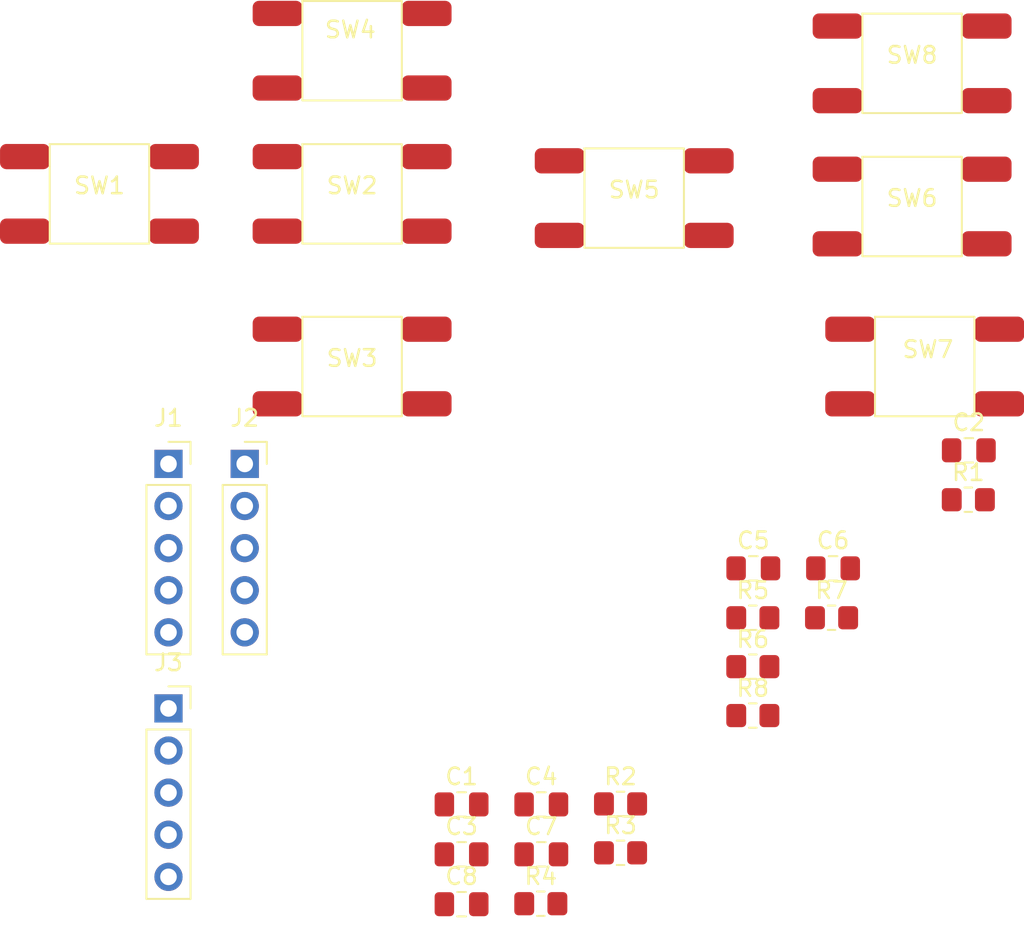
<source format=kicad_pcb>
(kicad_pcb (version 20211014) (generator pcbnew)
  (layers (0 "F.Cu" signal) (31 "B.Cu" signal) (34 "B.Paste" user) (35 "F.Paste" user) (36 "B.SilkS" user "B.Silkscreen") (37 "F.SilkS" user "F.Silkscreen") (38 "B.Mask" user) (39 "F.Mask" user) (44 "Edge.Cuts" user))
  (net 0 "")
  (net 1 "LEFT")
  (net 2 "GND")
  (net 3 "OK")
  (net 4 "DOWN")
  (net 5 "UP")
  (net 6 "RIGHT")
  (net 7 "BTN2")
  (net 8 "BTN3")
  (net 9 "BTN1")
  (net 10 "+3.3V")
  (net 16 "Net-(R1-Pad1)")
  (net 17 "Net-(R2-Pad1)")
  (net 18 "Net-(R3-Pad1)")
  (net 19 "Net-(R4-Pad1)")
  (net 20 "Net-(R5-Pad1)")
  (net 21 "Net-(R6-Pad1)")
  (net 22 "Net-(R7-Pad1)")
  (net 23 "Net-(R8-Pad1)")
  (footprint "Capacitor_SMD:C_0805_2012Metric_Pad1.18x1.45mm_HandSolder" (layer "F.Cu") (at 130.81 98.552)
    (fp_text reference "C1" (at 0 -1.68) (layer "F.SilkS"))
    (fp_text value "100nF")
    (fp_line (start -0.261252 -0.735) (end 0.261252 -0.735) (layer "F.SilkS") (width 0.12))
    (fp_line (start -0.261252 0.735) (end 0.261252 0.735) (layer "F.SilkS") (width 0.12))
    (pad "1" smd roundrect (at -1.0375 0) (size 1.175 1.45) (layers "F.Cu" "F.Paste" "F.Mask") (roundrect_rratio 0.212766) (net 1 "LEFT"))
    (pad "2" smd roundrect (at 1.0375 0) (size 1.175 1.45) (layers "F.Cu" "F.Paste" "F.Mask") (roundrect_rratio 0.212766) (net 2 "GND"))
  )
  (footprint "Capacitor_SMD:C_0805_2012Metric_Pad1.18x1.45mm_HandSolder" (layer "F.Cu") (at 135.62 98.552)
    (fp_text reference "C4" (at 0 -1.68) (layer "F.SilkS"))
    (fp_text value "100nF")
    (fp_line (start -0.261252 -0.735) (end 0.261252 -0.735) (layer "F.SilkS") (width 0.12))
    (fp_line (start -0.261252 0.735) (end 0.261252 0.735) (layer "F.SilkS") (width 0.12))
    (pad "1" smd roundrect (at -1.0375 0) (size 1.175 1.45) (layers "F.Cu" "F.Paste" "F.Mask") (roundrect_rratio 0.212766) (net 5 "UP"))
    (pad "2" smd roundrect (at 1.0375 0) (size 1.175 1.45) (layers "F.Cu" "F.Paste" "F.Mask") (roundrect_rratio 0.212766) (net 2 "GND"))
  )
  (footprint "TL3301SPF160QG:TL3301SPF160QG" (layer "F.Cu") (at 108.966 61.722)
    (fp_text reference "SW1" (at 0 -0.5 unlocked) (layer "F.SilkS"))
    (fp_text value "SW_MEC_5E")
    (fp_rect (start -3 -3) (end 3 3) (layer "F.SilkS") (width 0.12) (fill none))
    (pad "1" smd roundrect (at -4.5 2.25) (size 3 1.524) (layers "F.Cu" "F.Paste" "F.Mask"))
    (pad "2" smd roundrect (at 4.5 2.25) (size 3 1.524) (layers "F.Cu" "F.Paste" "F.Mask") (net 2 "GND"))
    (pad "3" smd roundrect (at -4.498165 -2.25) (size 3 1.524) (layers "F.Cu" "F.Paste" "F.Mask") (net 1 "LEFT"))
    (pad "4" smd roundrect (at 4.5 -2.25) (size 3 1.524) (layers "F.Cu" "F.Paste" "F.Mask") (net 16 "Net-(R1-Pad1)"))
  )
  (footprint "Capacitor_SMD:C_0805_2012Metric_Pad1.18x1.45mm_HandSolder" (layer "F.Cu") (at 130.81 104.572)
    (fp_text reference "C8" (at 0 -1.68) (layer "F.SilkS"))
    (fp_text value "100nF")
    (fp_line (start -0.261252 0.735) (end 0.261252 0.735) (layer "F.SilkS") (width 0.12))
    (fp_line (start -0.261252 -0.735) (end 0.261252 -0.735) (layer "F.SilkS") (width 0.12))
    (pad "1" smd roundrect (at -1.0375 0) (size 1.175 1.45) (layers "F.Cu" "F.Paste" "F.Mask") (roundrect_rratio 0.212766) (net 9 "BTN1"))
    (pad "2" smd roundrect (at 1.0375 0) (size 1.175 1.45) (layers "F.Cu" "F.Paste" "F.Mask") (roundrect_rratio 0.212766) (net 2 "GND"))
  )
  (footprint "Capacitor_SMD:C_0805_2012Metric_Pad1.18x1.45mm_HandSolder" (layer "F.Cu") (at 135.62 101.562)
    (fp_text reference "C7" (at 0 -1.68) (layer "F.SilkS"))
    (fp_text value "100nF")
    (fp_line (start -0.261252 0.735) (end 0.261252 0.735) (layer "F.SilkS") (width 0.12))
    (fp_line (start -0.261252 -0.735) (end 0.261252 -0.735) (layer "F.SilkS") (width 0.12))
    (pad "1" smd roundrect (at -1.0375 0) (size 1.175 1.45) (layers "F.Cu" "F.Paste" "F.Mask") (roundrect_rratio 0.212766) (net 8 "BTN3"))
    (pad "2" smd roundrect (at 1.0375 0) (size 1.175 1.45) (layers "F.Cu" "F.Paste" "F.Mask") (roundrect_rratio 0.212766) (net 2 "GND"))
  )
  (footprint "Resistor_SMD:R_0805_2012Metric_Pad1.20x1.40mm_HandSolder" (layer "F.Cu") (at 135.59 104.542)
    (fp_text reference "R4" (at 0 -1.65) (layer "F.SilkS"))
    (fp_text value "10k")
    (fp_line (start -0.227064 0.735) (end 0.227064 0.735) (layer "F.SilkS") (width 0.12))
    (fp_line (start -0.227064 -0.735) (end 0.227064 -0.735) (layer "F.SilkS") (width 0.12))
    (pad "1" smd roundrect (at -1 0) (size 1.2 1.4) (layers "F.Cu" "F.Paste" "F.Mask") (roundrect_rratio 0.208333) (net 19 "Net-(R4-Pad1)"))
    (pad "2" smd roundrect (at 1 0) (size 1.2 1.4) (layers "F.Cu" "F.Paste" "F.Mask") (roundrect_rratio 0.208333) (net 10 "+3.3V"))
  )
  (footprint "TL3301SPF160QG:TL3301SPF160QG" (layer "F.Cu") (at 124.206 53.086)
    (fp_text reference "SW4" (at -0.105 -1.269 unlocked) (layer "F.SilkS"))
    (fp_text value "SW_MEC_5E")
    (fp_rect (start -3 -3) (end 3 3) (layer "F.SilkS") (width 0.12) (fill none))
    (pad "1" smd roundrect (at -4.5 2.25) (size 3 1.524) (layers "F.Cu" "F.Paste" "F.Mask"))
    (pad "2" smd roundrect (at 4.5 2.25) (size 3 1.524) (layers "F.Cu" "F.Paste" "F.Mask") (net 2 "GND"))
    (pad "3" smd roundrect (at -4.498165 -2.25) (size 3 1.524) (layers "F.Cu" "F.Paste" "F.Mask") (net 5 "UP"))
    (pad "4" smd roundrect (at 4.5 -2.25) (size 3 1.524) (layers "F.Cu" "F.Paste" "F.Mask") (net 19 "Net-(R4-Pad1)"))
  )
  (footprint "Resistor_SMD:R_0805_2012Metric_Pad1.20x1.40mm_HandSolder" (layer "F.Cu") (at 161.38 80.172)
    (fp_text reference "R1" (at 0 -1.65) (layer "F.SilkS"))
    (fp_text value "10k")
    (fp_line (start -0.227064 0.735) (end 0.227064 0.735) (layer "F.SilkS") (width 0.12))
    (fp_line (start -0.227064 -0.735) (end 0.227064 -0.735) (layer "F.SilkS") (width 0.12))
    (pad "1" smd roundrect (at -1 0) (size 1.2 1.4) (layers "F.Cu" "F.Paste" "F.Mask") (roundrect_rratio 0.208333) (net 16 "Net-(R1-Pad1)"))
    (pad "2" smd roundrect (at 1 0) (size 1.2 1.4) (layers "F.Cu" "F.Paste" "F.Mask") (roundrect_rratio 0.208333) (net 10 "+3.3V"))
  )
  (footprint "TL3301SPF160QG:TL3301SPF160QG" (layer "F.Cu") (at 157.988 53.848)
    (fp_text reference "SW8" (at 0 -0.5 unlocked) (layer "F.SilkS"))
    (fp_text value "SW_MEC_5E")
    (fp_rect (start -3 -3) (end 3 3) (layer "F.SilkS") (width 0.12) (fill none))
    (pad "1" smd roundrect (at -4.5 2.25) (size 3 1.524) (layers "F.Cu" "F.Paste" "F.Mask"))
    (pad "2" smd roundrect (at 4.5 2.25) (size 3 1.524) (layers "F.Cu" "F.Paste" "F.Mask") (net 2 "GND"))
    (pad "3" smd roundrect (at -4.498165 -2.25) (size 3 1.524) (layers "F.Cu" "F.Paste" "F.Mask") (net 9 "BTN1"))
    (pad "4" smd roundrect (at 4.5 -2.25) (size 3 1.524) (layers "F.Cu" "F.Paste" "F.Mask") (net 23 "Net-(R8-Pad1)"))
  )
  (footprint "Capacitor_SMD:C_0805_2012Metric_Pad1.18x1.45mm_HandSolder" (layer "F.Cu") (at 153.22 84.312)
    (fp_text reference "C6" (at 0 -1.68) (layer "F.SilkS"))
    (fp_text value "100nF")
    (fp_line (start -0.261252 -0.735) (end 0.261252 -0.735) (layer "F.SilkS") (width 0.12))
    (fp_line (start -0.261252 0.735) (end 0.261252 0.735) (layer "F.SilkS") (width 0.12))
    (pad "1" smd roundrect (at -1.0375 0) (size 1.175 1.45) (layers "F.Cu" "F.Paste" "F.Mask") (roundrect_rratio 0.212766) (net 7 "BTN2"))
    (pad "2" smd roundrect (at 1.0375 0) (size 1.175 1.45) (layers "F.Cu" "F.Paste" "F.Mask") (roundrect_rratio 0.212766) (net 2 "GND"))
  )
  (footprint "Capacitor_SMD:C_0805_2012Metric_Pad1.18x1.45mm_HandSolder" (layer "F.Cu") (at 130.81 101.562)
    (fp_text reference "C3" (at 0 -1.68) (layer "F.SilkS"))
    (fp_text value "100nF")
    (fp_line (start -0.261252 -0.735) (end 0.261252 -0.735) (layer "F.SilkS") (width 0.12))
    (fp_line (start -0.261252 0.735) (end 0.261252 0.735) (layer "F.SilkS") (width 0.12))
    (pad "1" smd roundrect (at -1.0375 0) (size 1.175 1.45) (layers "F.Cu" "F.Paste" "F.Mask") (roundrect_rratio 0.212766) (net 4 "DOWN"))
    (pad "2" smd roundrect (at 1.0375 0) (size 1.175 1.45) (layers "F.Cu" "F.Paste" "F.Mask") (roundrect_rratio 0.212766) (net 2 "GND"))
  )
  (footprint "Connector_PinSocket_2.54mm:PinSocket_1x05_P2.54mm_Vertical" (layer "F.Cu") (at 113.13 78.012)
    (fp_text reference "J1" (at 0 -2.77) (layer "F.SilkS"))
    (fp_text value "JST-XH 1x05")
    (fp_line (start -1.33 1.27) (end 1.33 1.27) (layer "F.SilkS") (width 0.12))
    (fp_line (start -1.33 11.49) (end 1.33 11.49) (layer "F.SilkS") (width 0.12))
    (fp_line (start -1.33 1.27) (end -1.33 11.49) (layer "F.SilkS") (width 0.12))
    (fp_line (start 1.33 1.27) (end 1.33 11.49) (layer "F.SilkS") (width 0.12))
    (fp_line (start 0 -1.33) (end 1.33 -1.33) (layer "F.SilkS") (width 0.12))
    (fp_line (start 1.33 -1.33) (end 1.33 0) (layer "F.SilkS") (width 0.12))
    (pad "1" thru_hole rect (at 0 0) (size 1.7 1.7) (drill 1) (layers *.Cu *.Mask) (net 10 "+3.3V"))
    (pad "2" thru_hole oval (at 0 2.54) (size 1.7 1.7) (drill 1) (layers *.Cu *.Mask) (net 5 "UP"))
    (pad "3" thru_hole oval (at 0 5.08) (size 1.7 1.7) (drill 1) (layers *.Cu *.Mask) (net 4 "DOWN"))
    (pad "4" thru_hole oval (at 0 7.62) (size 1.7 1.7) (drill 1) (layers *.Cu *.Mask) (net 1 "LEFT"))
    (pad "5" thru_hole oval (at 0 10.16) (size 1.7 1.7) (drill 1) (layers *.Cu *.Mask) (net 6 "RIGHT"))
  )
  (footprint "TL3301SPF160QG:TL3301SPF160QG" (layer "F.Cu") (at 124.206 72.136)
    (fp_text reference "SW3" (at 0 -0.5 unlocked) (layer "F.SilkS"))
    (fp_text value "SW_MEC_5E")
    (fp_rect (start -3 -3) (end 3 3) (layer "F.SilkS") (width 0.12) (fill none))
    (pad "1" smd roundrect (at -4.5 2.25) (size 3 1.524) (layers "F.Cu" "F.Paste" "F.Mask"))
    (pad "2" smd roundrect (at 4.5 2.25) (size 3 1.524) (layers "F.Cu" "F.Paste" "F.Mask") (net 2 "GND"))
    (pad "3" smd roundrect (at -4.498165 -2.25) (size 3 1.524) (layers "F.Cu" "F.Paste" "F.Mask") (net 4 "DOWN"))
    (pad "4" smd roundrect (at 4.5 -2.25) (size 3 1.524) (layers "F.Cu" "F.Paste" "F.Mask") (net 18 "Net-(R3-Pad1)"))
  )
  (footprint "TL3301SPF160QG:TL3301SPF160QG" (layer "F.Cu") (at 141.224 61.976)
    (fp_text reference "SW5" (at 0 -0.5 unlocked) (layer "F.SilkS"))
    (fp_text value "SW_MEC_5E")
    (fp_rect (start -3 -3) (end 3 3) (layer "F.SilkS") (width 0.12) (fill none))
    (pad "1" smd roundrect (at -4.5 2.25) (size 3 1.524) (layers "F.Cu" "F.Paste" "F.Mask"))
    (pad "2" smd roundrect (at 4.5 2.25) (size 3 1.524) (layers "F.Cu" "F.Paste" "F.Mask") (net 2 "GND"))
    (pad "3" smd roundrect (at -4.498165 -2.25) (size 3 1.524) (layers "F.Cu" "F.Paste" "F.Mask") (net 6 "RIGHT"))
    (pad "4" smd roundrect (at 4.5 -2.25) (size 3 1.524) (layers "F.Cu" "F.Paste" "F.Mask") (net 20 "Net-(R5-Pad1)"))
  )
  (footprint "TL3301SPF160QG:TL3301SPF160QG" (layer "F.Cu") (at 124.206 61.722)
    (fp_text reference "SW2" (at 0 -0.5 unlocked) (layer "F.SilkS"))
    (fp_text value "SW_MEC_5E")
    (fp_rect (start -3 -3) (end 3 3) (layer "F.SilkS") (width 0.12) (fill none))
    (pad "1" smd roundrect (at -4.5 2.25) (size 3 1.524) (layers "F.Cu" "F.Paste" "F.Mask"))
    (pad "2" smd roundrect (at 4.5 2.25) (size 3 1.524) (layers "F.Cu" "F.Paste" "F.Mask") (net 2 "GND"))
    (pad "3" smd roundrect (at -4.498165 -2.25) (size 3 1.524) (layers "F.Cu" "F.Paste" "F.Mask") (net 3 "OK"))
    (pad "4" smd roundrect (at 4.5 -2.25) (size 3 1.524) (layers "F.Cu" "F.Paste" "F.Mask") (net 17 "Net-(R2-Pad1)"))
  )
  (footprint "TL3301SPF160QG:TL3301SPF160QG" (layer "F.Cu") (at 157.988 62.484)
    (fp_text reference "SW6" (at 0 -0.5 unlocked) (layer "F.SilkS"))
    (fp_text value "SW_MEC_5E")
    (fp_rect (start -3 -3) (end 3 3) (layer "F.SilkS") (width 0.12) (fill none))
    (pad "1" smd roundrect (at -4.5 2.25) (size 3 1.524) (layers "F.Cu" "F.Paste" "F.Mask"))
    (pad "2" smd roundrect (at 4.5 2.25) (size 3 1.524) (layers "F.Cu" "F.Paste" "F.Mask") (net 2 "GND"))
    (pad "3" smd roundrect (at -4.498165 -2.25) (size 3 1.524) (layers "F.Cu" "F.Paste" "F.Mask") (net 7 "BTN2"))
    (pad "4" smd roundrect (at 4.5 -2.25) (size 3 1.524) (layers "F.Cu" "F.Paste" "F.Mask") (net 21 "Net-(R6-Pad1)"))
  )
  (footprint "Resistor_SMD:R_0805_2012Metric_Pad1.20x1.40mm_HandSolder" (layer "F.Cu") (at 148.38 87.292)
    (fp_text reference "R5" (at 0 -1.65) (layer "F.SilkS"))
    (fp_text value "10k")
    (fp_line (start -0.227064 0.735) (end 0.227064 0.735) (layer "F.SilkS") (width 0.12))
    (fp_line (start -0.227064 -0.735) (end 0.227064 -0.735) (layer "F.SilkS") (width 0.12))
    (pad "1" smd roundrect (at -1 0) (size 1.2 1.4) (layers "F.Cu" "F.Paste" "F.Mask") (roundrect_rratio 0.208333) (net 20 "Net-(R5-Pad1)"))
    (pad "2" smd roundrect (at 1 0) (size 1.2 1.4) (layers "F.Cu" "F.Paste" "F.Mask") (roundrect_rratio 0.208333) (net 10 "+3.3V"))
  )
  (footprint "Capacitor_SMD:C_0805_2012Metric_Pad1.18x1.45mm_HandSolder" (layer "F.Cu") (at 148.41 84.312)
    (fp_text reference "C5" (at 0 -1.68) (layer "F.SilkS"))
    (fp_text value "100nF")
    (fp_line (start -0.261252 -0.735) (end 0.261252 -0.735) (layer "F.SilkS") (width 0.12))
    (fp_line (start -0.261252 0.735) (end 0.261252 0.735) (layer "F.SilkS") (width 0.12))
    (pad "1" smd roundrect (at -1.0375 0) (size 1.175 1.45) (layers "F.Cu" "F.Paste" "F.Mask") (roundrect_rratio 0.212766) (net 6 "RIGHT"))
    (pad "2" smd roundrect (at 1.0375 0) (size 1.175 1.45) (layers "F.Cu" "F.Paste" "F.Mask") (roundrect_rratio 0.212766) (net 2 "GND"))
  )
  (footprint "TL3301SPF160QG:TL3301SPF160QG" (layer "F.Cu") (at 158.75 72.136)
    (fp_text reference "SW7" (at 0.195 -1.031 unlocked) (layer "F.SilkS"))
    (fp_text value "SW_MEC_5E")
    (fp_rect (start -3 -3) (end 3 3) (layer "F.SilkS") (width 0.12) (fill none))
    (pad "1" smd roundrect (at -4.5 2.25) (size 3 1.524) (layers "F.Cu" "F.Paste" "F.Mask"))
    (pad "2" smd roundrect (at 4.5 2.25) (size 3 1.524) (layers "F.Cu" "F.Paste" "F.Mask") (net 2 "GND"))
    (pad "3" smd roundrect (at -4.498165 -2.25) (size 3 1.524) (layers "F.Cu" "F.Paste" "F.Mask") (net 8 "BTN3"))
    (pad "4" smd roundrect (at 4.5 -2.25) (size 3 1.524) (layers "F.Cu" "F.Paste" "F.Mask") (net 22 "Net-(R7-Pad1)"))
  )
  (footprint "Resistor_SMD:R_0805_2012Metric_Pad1.20x1.40mm_HandSolder" (layer "F.Cu") (at 140.4 101.472)
    (fp_text reference "R3" (at 0 -1.65) (layer "F.SilkS"))
    (fp_text value "10k")
    (fp_line (start -0.227064 0.735) (end 0.227064 0.735) (layer "F.SilkS") (width 0.12))
    (fp_line (start -0.227064 -0.735) (end 0.227064 -0.735) (layer "F.SilkS") (width 0.12))
    (pad "1" smd roundrect (at -1 0) (size 1.2 1.4) (layers "F.Cu" "F.Paste" "F.Mask") (roundrect_rratio 0.208333) (net 18 "Net-(R3-Pad1)"))
    (pad "2" smd roundrect (at 1 0) (size 1.2 1.4) (layers "F.Cu" "F.Paste" "F.Mask") (roundrect_rratio 0.208333) (net 10 "+3.3V"))
  )
  (footprint "Resistor_SMD:R_0805_2012Metric_Pad1.20x1.40mm_HandSolder" (layer "F.Cu") (at 140.4 98.522)
    (fp_text reference "R2" (at 0 -1.65) (layer "F.SilkS"))
    (fp_text value "10k")
    (fp_line (start -0.227064 -0.735) (end 0.227064 -0.735) (layer "F.SilkS") (width 0.12))
    (fp_line (start -0.227064 0.735) (end 0.227064 0.735) (layer "F.SilkS") (width 0.12))
    (pad "1" smd roundrect (at -1 0) (size 1.2 1.4) (layers "F.Cu" "F.Paste" "F.Mask") (roundrect_rratio 0.208333) (net 17 "Net-(R2-Pad1)"))
    (pad "2" smd roundrect (at 1 0) (size 1.2 1.4) (layers "F.Cu" "F.Paste" "F.Mask") (roundrect_rratio 0.208333) (net 10 "+3.3V"))
  )
  (footprint "Connector_PinSocket_2.54mm:PinSocket_1x05_P2.54mm_Vertical" (layer "F.Cu") (at 113.13 92.762)
    (fp_text reference "J3" (at 0 -2.77) (layer "F.SilkS"))
    (fp_text value "JST-XH 1x05")
    (fp_line (start 1.33 -1.33) (end 1.33 0) (layer "F.SilkS") (width 0.12))
    (fp_line (start 1.33 1.27) (end 1.33 11.49) (layer "F.SilkS") (width 0.12))
    (fp_line (start 0 -1.33) (end 1.33 -1.33) (layer "F.SilkS") (width 0.12))
    (fp_line (start -1.33 1.27) (end -1.33 11.49) (layer "F.SilkS") (width 0.12))
    (fp_line (start -1.33 1.27) (end 1.33 1.27) (layer "F.SilkS") (width 0.12))
    (fp_line (start -1.33 11.49) (end 1.33 11.49) (layer "F.SilkS") (width 0.12))
    (pad "1" thru_hole rect (at 0 0) (size 1.7 1.7) (drill 1) (layers *.Cu *.Mask))
    (pad "2" thru_hole oval (at 0 2.54) (size 1.7 1.7) (drill 1) (layers *.Cu *.Mask))
    (pad "3" thru_hole oval (at 0 5.08) (size 1.7 1.7) (drill 1) (layers *.Cu *.Mask))
    (pad "4" thru_hole oval (at 0 7.62) (size 1.7 1.7) (drill 1) (layers *.Cu *.Mask))
    (pad "5" thru_hole oval (at 0 10.16) (size 1.7 1.7) (drill 1) (layers *.Cu *.Mask))
  )
  (footprint "Resistor_SMD:R_0805_2012Metric_Pad1.20x1.40mm_HandSolder" (layer "F.Cu") (at 153.13 87.292)
    (fp_text reference "R7" (at 0 -1.65) (layer "F.SilkS"))
    (fp_text value "10k")
    (fp_line (start -0.227064 -0.735) (end 0.227064 -0.735) (layer "F.SilkS") (width 0.12))
    (fp_line (start -0.227064 0.735) (end 0.227064 0.735) (layer "F.SilkS") (width 0.12))
    (pad "1" smd roundrect (at -1 0) (size 1.2 1.4) (layers "F.Cu" "F.Paste" "F.Mask") (roundrect_rratio 0.208333) (net 22 "Net-(R7-Pad1)"))
    (pad "2" smd roundrect (at 1 0) (size 1.2 1.4) (layers "F.Cu" "F.Paste" "F.Mask") (roundrect_rratio 0.208333) (net 10 "+3.3V"))
  )
  (footprint "Capacitor_SMD:C_0805_2012Metric_Pad1.18x1.45mm_HandSolder" (layer "F.Cu") (at 161.41 77.192)
    (fp_text reference "C2" (at 0 -1.68) (layer "F.SilkS"))
    (fp_text value "100nF")
    (fp_line (start -0.261252 0.735) (end 0.261252 0.735) (layer "F.SilkS") (width 0.12))
    (fp_line (start -0.261252 -0.735) (end 0.261252 -0.735) (layer "F.SilkS") (width 0.12))
    (pad "1" smd roundrect (at -1.0375 0) (size 1.175 1.45) (layers "F.Cu" "F.Paste" "F.Mask") (roundrect_rratio 0.212766) (net 3 "OK"))
    (pad "2" smd roundrect (at 1.0375 0) (size 1.175 1.45) (layers "F.Cu" "F.Paste" "F.Mask") (roundrect_rratio 0.212766) (net 2 "GND"))
  )
  (footprint "Resistor_SMD:R_0805_2012Metric_Pad1.20x1.40mm_HandSolder" (layer "F.Cu") (at 148.38 93.192)
    (fp_text reference "R8" (at 0 -1.65) (layer "F.SilkS"))
    (fp_text value "10k")
    (fp_line (start -0.227064 0.735) (end 0.227064 0.735) (layer "F.SilkS") (width 0.12))
    (fp_line (start -0.227064 -0.735) (end 0.227064 -0.735) (layer "F.SilkS") (width 0.12))
    (pad "1" smd roundrect (at -1 0) (size 1.2 1.4) (layers "F.Cu" "F.Paste" "F.Mask") (roundrect_rratio 0.208333) (net 23 "Net-(R8-Pad1)"))
    (pad "2" smd roundrect (at 1 0) (size 1.2 1.4) (layers "F.Cu" "F.Paste" "F.Mask") (roundrect_rratio 0.208333) (net 10 "+3.3V"))
  )
  (footprint "Resistor_SMD:R_0805_2012Metric_Pad1.20x1.40mm_HandSolder" (layer "F.Cu") (at 148.38 90.242)
    (fp_text reference "R6" (at 0 -1.65) (layer "F.SilkS"))
    (fp_text value "10k")
    (fp_line (start -0.227064 -0.735) (end 0.227064 -0.735) (layer "F.SilkS") (width 0.12))
    (fp_line (start -0.227064 0.735) (end 0.227064 0.735) (layer "F.SilkS") (width 0.12))
    (pad "1" smd roundrect (at -1 0) (size 1.2 1.4) (layers "F.Cu" "F.Paste" "F.Mask") (roundrect_rratio 0.208333) (net 21 "Net-(R6-Pad1)"))
    (pad "2" smd roundrect (at 1 0) (size 1.2 1.4) (layers "F.Cu" "F.Paste" "F.Mask") (roundrect_rratio 0.208333) (net 10 "+3.3V"))
  )
  (footprint "Connector_PinSocket_2.54mm:PinSocket_1x05_P2.54mm_Vertical" (layer "F.Cu") (at 117.73 78.012)
    (fp_text reference "J2" (at 0 -2.77) (layer "F.SilkS"))
    (fp_text value "JST-XH 1x05")
    (fp_line (start 1.33 1.27) (end 1.33 11.49) (layer "F.SilkS") (width 0.12))
    (fp_line (start 1.33 -1.33) (end 1.33 0) (layer "F.SilkS") (width 0.12))
    (fp_line (start -1.33 1.27) (end 1.33 1.27) (layer "F.SilkS") (width 0.12))
    (fp_line (start 0 -1.33) (end 1.33 -1.33) (layer "F.SilkS") (width 0.12))
    (fp_line (start -1.33 1.27) (end -1.33 11.49) (layer "F.SilkS") (width 0.12))
    (fp_line (start -1.33 11.49) (end 1.33 11.49) (layer "F.SilkS") (width 0.12))
    (pad "1" thru_hole rect (at 0 0) (size 1.7 1.7) (drill 1) (layers *.Cu *.Mask) (net 3 "OK"))
    (pad "2" thru_hole oval (at 0 2.54) (size 1.7 1.7) (drill 1) (layers *.Cu *.Mask) (net 9 "BTN1"))
    (pad "3" thru_hole oval (at 0 5.08) (size 1.7 1.7) (drill 1) (layers *.Cu *.Mask) (net 7 "BTN2"))
    (pad "4" thru_hole oval (at 0 7.62) (size 1.7 1.7) (drill 1) (layers *.Cu *.Mask) (net 8 "BTN3"))
    (pad "5" thru_hole oval (at 0 10.16) (size 1.7 1.7) (drill 1) (layers *.Cu *.Mask) (net 2 "GND"))
  )
)
</source>
